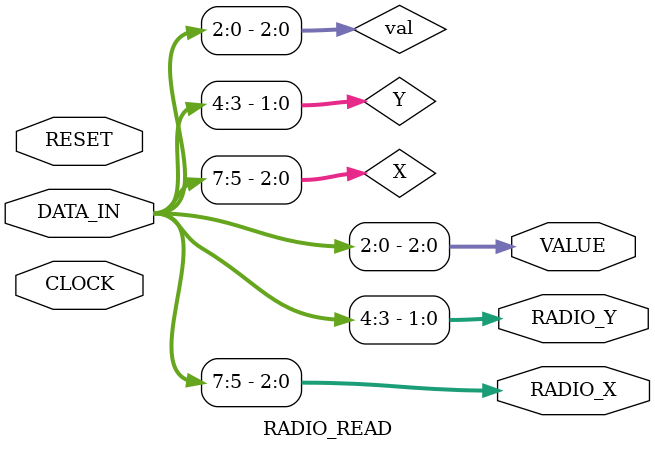
<source format=v>
module RADIO_READ(
	RESET,
	CLOCK,
	DATA_IN,
	RADIO_X,
	RADIO_Y,
	VALUE
);

/******
* I/O *
******/

input CLOCK; 
input RESET;
input  [7:0] DATA_IN; 

output [2:0] RADIO_X;
output [1:0] RADIO_Y;
output [2:0] VALUE; 


reg [2:0] X;
reg [1:0] Y;
reg [2:0] val;

assign RADIO_X = X;
assign RADIO_Y = Y;
assign VALUE = val;

always @ (DATA_IN) begin
	X <= DATA_IN[7:5];
	Y <= DATA_IN[4:3];
	val <= DATA_IN[2:0];
end

endmodule

</source>
